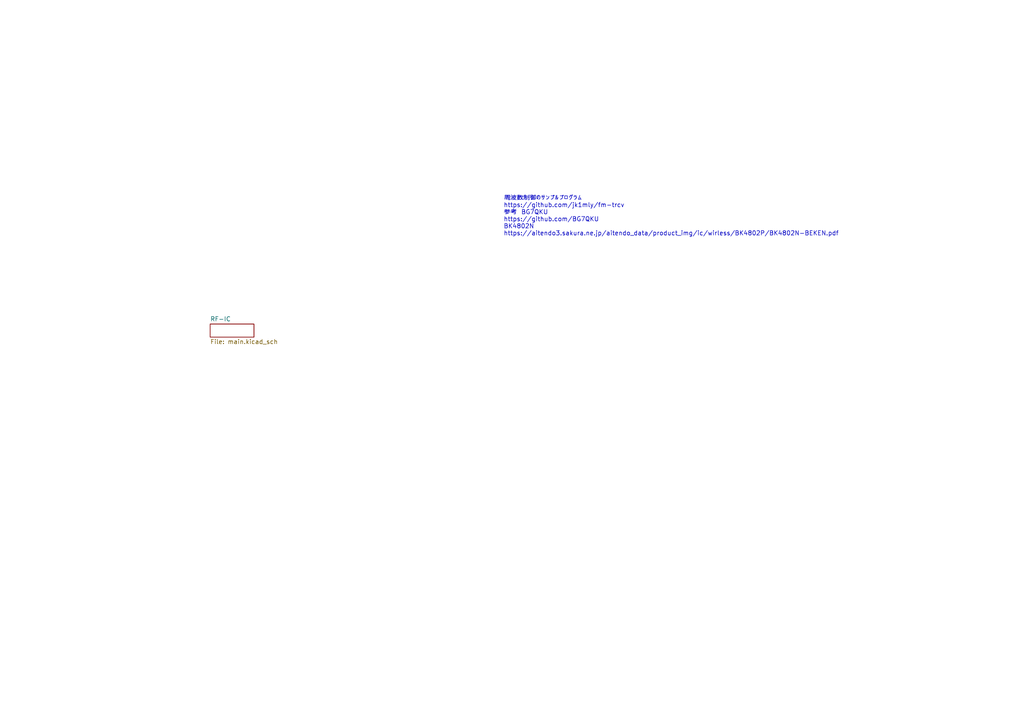
<source format=kicad_sch>
(kicad_sch (version 20230121) (generator eeschema)
  (paper "A4")
  (title_block (title "FM QRP TRCV") (date "2022-03-12") (rev "1") (company "JK1MLY / PRUG"))
  (lib_symbols)
  (text "周波数制御のサンプルプログラム\nhttps://github.com/jk1mly/fm-trcv\n参考　BG7QKU\nhttps://github.com/BG7QKU\nBK4802N\nhttps://aitendo3.sakura.ne.jp/aitendo_data/product_img/ic/wirless/BK4802P/BK4802N-BEKEN.pdf" (at 146.05 68.58 0) (effects (font (size 1.27 1.27)) (justify left bottom)))
  (sheet (at 60.96 93.98) (size 12.7 3.81)
    (property "Sheetname" "RF-IC" (at 60.96 93.2684 0) (effects (justify left bottom)))
    (property "Sheetfile" "main.kicad_sch" (at 60.96 98.3746 0) (effects (justify left top)))
  )
)
</source>
